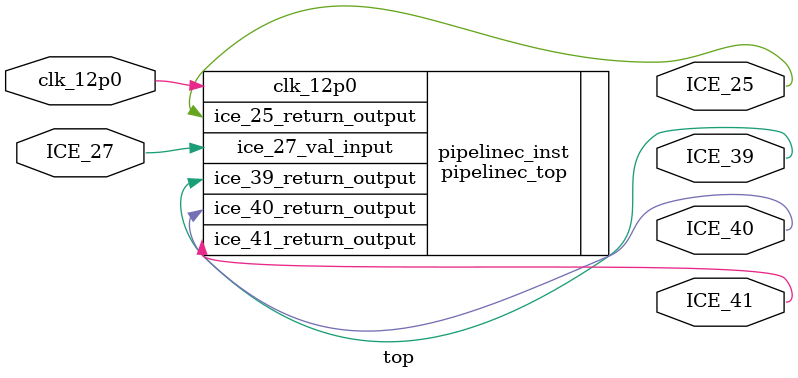
<source format=sv>
module top(
  input clk_12p0,
  // RGB LED
  output ICE_39,
  output ICE_40,
  output ICE_41,
  // UART
  output ICE_25,
  input ICE_27
);

  pipelinec_top pipelinec_inst(
    .clk_12p0(clk_12p0),
    // RGB LED
    .ice_39_return_output(ICE_39),
    .ice_40_return_output(ICE_40),
    .ice_41_return_output(ICE_41),
    // UART
    .ice_25_return_output(ICE_25),
    .ice_27_val_input(ICE_27)
  );

endmodule

</source>
